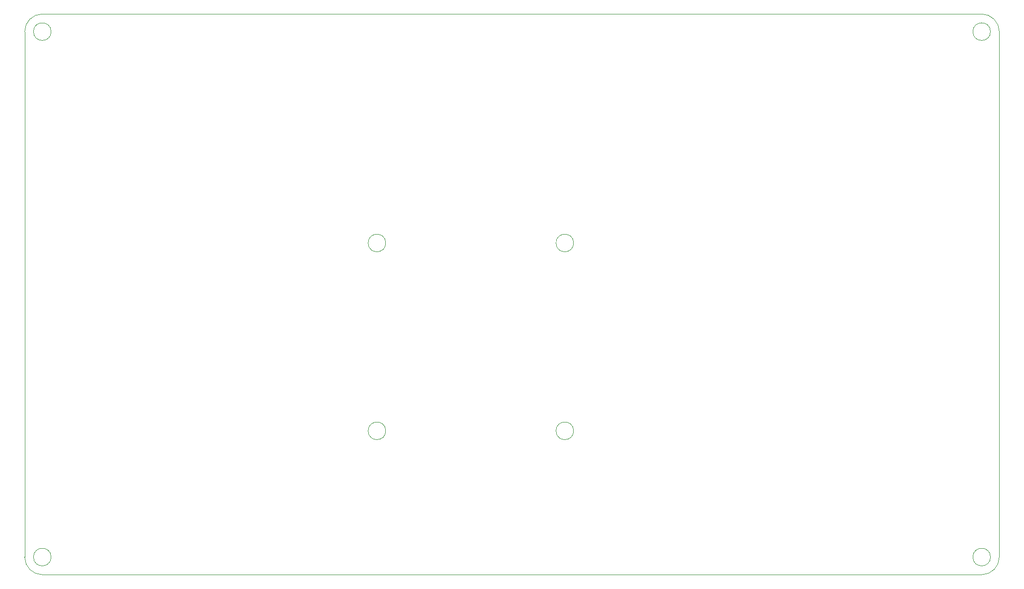
<source format=gbr>
G04 #@! TF.GenerationSoftware,KiCad,Pcbnew,(5.1.4)-1*
G04 #@! TF.CreationDate,2019-11-18T18:48:45+01:00*
G04 #@! TF.ProjectId,upuaut_2Nils,75707561-7574-45f3-924e-696c732e6b69,rev?*
G04 #@! TF.SameCoordinates,Original*
G04 #@! TF.FileFunction,Profile,NP*
%FSLAX46Y46*%
G04 Gerber Fmt 4.6, Leading zero omitted, Abs format (unit mm)*
G04 Created by KiCad (PCBNEW (5.1.4)-1) date 2019-11-18 18:48:45*
%MOMM*%
%LPD*%
G04 APERTURE LIST*
%ADD10C,0.100000*%
G04 APERTURE END LIST*
D10*
X62500000Y-53200000D02*
G75*
G02X65500000Y-50200000I3000000J0D01*
G01*
X65500000Y-145700000D02*
G75*
G02X62500000Y-142700000I0J3000000D01*
G01*
X228500000Y-142700000D02*
G75*
G02X225500000Y-145700000I-3000000J0D01*
G01*
X225500000Y-50200000D02*
G75*
G02X228500000Y-53200000I0J-3000000D01*
G01*
X67000000Y-53200000D02*
G75*
G03X67000000Y-53200000I-1500000J0D01*
G01*
X67000000Y-142700000D02*
G75*
G03X67000000Y-142700000I-1500000J0D01*
G01*
X227000000Y-142700000D02*
G75*
G03X227000000Y-142700000I-1500000J0D01*
G01*
X227000000Y-53200000D02*
G75*
G03X227000000Y-53200000I-1500000J0D01*
G01*
X62500000Y-142700000D02*
X62500000Y-53200000D01*
X225500000Y-145700000D02*
X65500000Y-145700000D01*
X228500000Y-142200000D02*
X228500000Y-142700000D01*
X228500000Y-53200000D02*
X228500000Y-142200000D01*
X138500000Y-50200000D02*
X225500000Y-50200000D01*
X138500000Y-50200000D02*
X65500000Y-50200000D01*
X124000000Y-89200000D02*
G75*
G03X124000000Y-89200000I-1500000J0D01*
G01*
X156000000Y-89200000D02*
G75*
G03X156000000Y-89200000I-1500000J0D01*
G01*
X124000000Y-121200000D02*
G75*
G03X124000000Y-121200000I-1500000J0D01*
G01*
X156000000Y-121200000D02*
G75*
G03X156000000Y-121200000I-1500000J0D01*
G01*
M02*

</source>
